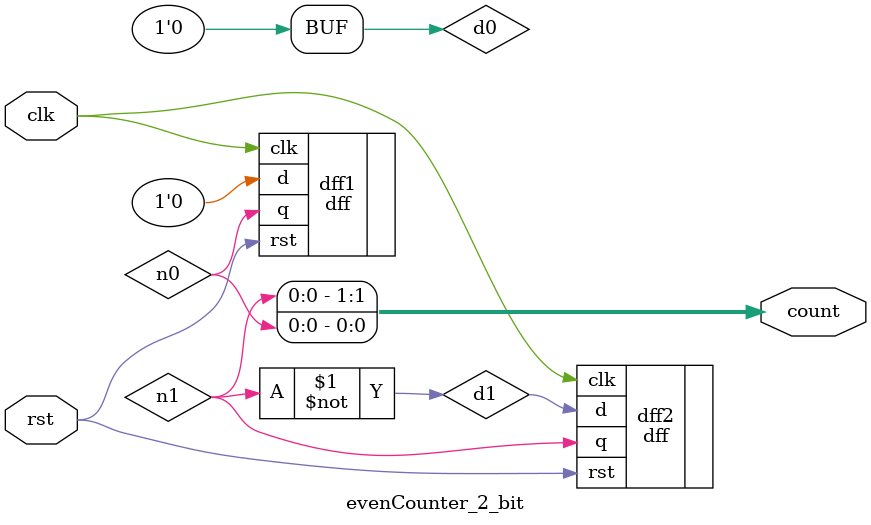
<source format=v>
`timescale 1ns / 1ps

module evenCounter_2_bit( input clk,rst,
                          output [1:0] count
                        );
wire d0,d1;
wire n0,n1;

assign count = {n1,n0};

assign d0 = 1'd0;
assign d1 = ~n1;

dff dff1(.d(d0), .clk(clk), .rst(rst), .q(n0));
dff dff2(.d(d1), .clk(clk), .rst(rst), .q(n1));


endmodule
</source>
